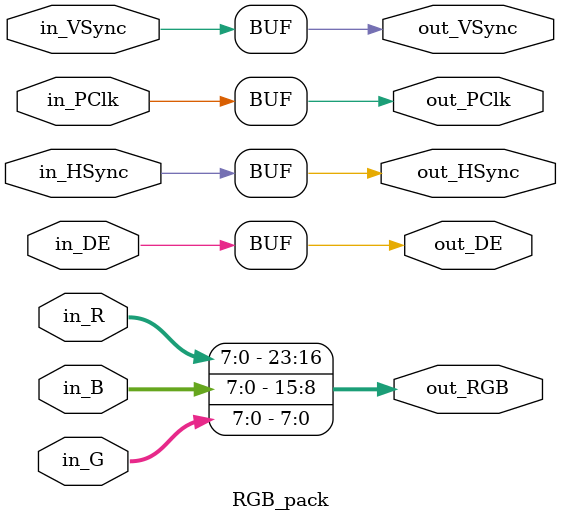
<source format=v>
`timescale 1ns / 1ps


module RGB_pack(
    input [7:0] in_R,
	input [7:0] in_G,
	input [7:0] in_B,
	input in_HSync,
	input in_VSync,
	input in_DE,
	input in_PClk,
	
	output [23:0]out_RGB,
	output out_HSync,
	output out_VSync,
	output out_DE,
	output out_PClk
    );
	
	
	assign out_RGB = {in_R, in_B, in_G};
	
	assign out_HSync = in_HSync;
	assign out_VSync = in_VSync;
	assign out_DE = in_DE;
	assign out_PClk = in_PClk;
    
endmodule

</source>
